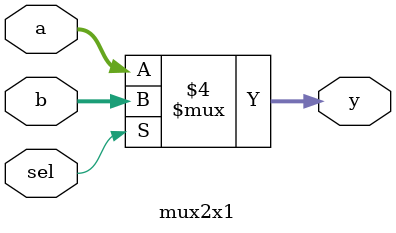
<source format=sv>
module mux2x1 #(parameter WIDTH = 32)(
	input logic [WIDTH-1:0] a,b, //Inputs
	input logic sel, // Select line
	output logic [WIDTH-1:0] y // Output
);

	always_comb begin
		if (sel == 1'b0)
			y = a;
		else
			y = b; 
	end
endmodule
</source>
